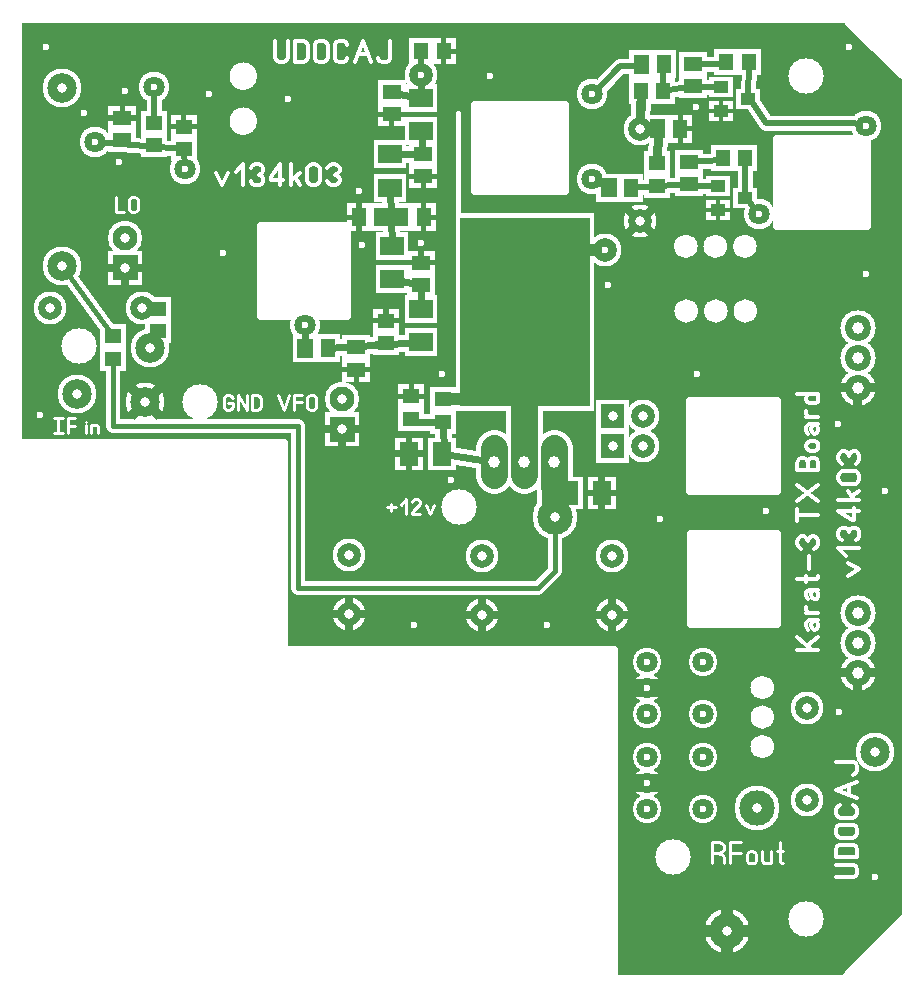
<source format=gbr>
%FSLAX34Y34*%
%MOMM*%
%LNCOPPER_TOP*%
G71*
G01*
%ADD10C, 6.000*%
%ADD11C, 3.000*%
%ADD12C, 3.800*%
%ADD13C, 0.222*%
%ADD14C, 0.500*%
%ADD15C, 0.600*%
%ADD16C, 3.300*%
%ADD17C, 1.300*%
%ADD18C, 0.700*%
%ADD19C, 2.600*%
%ADD20C, 1.400*%
%ADD21R, 2.800X2.400*%
%ADD22R, 2.400X2.100*%
%ADD23R, 2.100X2.400*%
%ADD24C, 0.400*%
%ADD25C, 2.900*%
%ADD26C, 2.400*%
%ADD27C, 3.000*%
%ADD28C, 2.800*%
%ADD29R, 2.100X2.200*%
%ADD30C, 2.800*%
%ADD31C, 1.800*%
%ADD32C, 1.200*%
%ADD33C, 0.300*%
%ADD34R, 2.020X1.820*%
%ADD35C, 1.300*%
%ADD36R, 2.200X2.100*%
%ADD37C, 1.600*%
%ADD38C, 1.500*%
%ADD39C, 3.100*%
%ADD40C, 1.800*%
%ADD41C, 0.318*%
%ADD42R, 11.800X16.800*%
%ADD43R, 2.400X2.800*%
%ADD44C, 0.833*%
%ADD45C, 0.433*%
%ADD46C, 1.488*%
%ADD47C, 0.733*%
%ADD48C, 0.340*%
%ADD49C, 0.667*%
%ADD50C, 1.000*%
%ADD51C, 0.533*%
%ADD52C, 3.000*%
%ADD53C, 2.500*%
%ADD54R, 2.000X1.600*%
%ADD55R, 1.600X1.300*%
%ADD56R, 1.300X1.600*%
%ADD57C, 2.100*%
%ADD58C, 2.200*%
%ADD59C, 2.000*%
%ADD60R, 1.300X1.400*%
%ADD61C, 2.000*%
%ADD62R, 1.220X1.020*%
%ADD63R, 1.400X1.300*%
%ADD64C, 0.800*%
%ADD65C, 2.300*%
%ADD66R, 11.000X16.000*%
%ADD67R, 1.600X2.000*%
%ADD68C, 3.000*%
%ADD69C, 2.000*%
%LPD*%
G36*
X0Y0D02*
X745000Y0D01*
X745000Y-806000D01*
X0Y-806000D01*
X0Y0D01*
G37*
%LPC*%
X663575Y-44847D02*
G54D10*
D03*
X663575Y-758031D02*
G54D10*
D03*
X550863Y-706041D02*
G54D11*
D03*
X622697Y-664369D02*
G54D12*
D03*
G54D13*
X589136Y-702311D02*
X593136Y-704533D01*
X594470Y-706756D01*
X594470Y-711200D01*
G54D13*
X583803Y-711200D02*
X583803Y-693422D01*
X590470Y-693422D01*
X593136Y-694533D01*
X594470Y-696756D01*
X594470Y-698978D01*
X593136Y-701200D01*
X590470Y-702311D01*
X583803Y-702311D01*
G54D13*
X599359Y-711200D02*
X599359Y-693422D01*
X608692Y-693422D01*
G54D13*
X599359Y-702311D02*
X608692Y-702311D01*
G54D13*
X621581Y-708533D02*
X621581Y-704089D01*
X620248Y-701867D01*
X617581Y-701200D01*
X614914Y-701867D01*
X613581Y-704089D01*
X613581Y-708533D01*
X614914Y-710756D01*
X617581Y-711200D01*
X620248Y-710756D01*
X621581Y-708533D01*
G54D13*
X634470Y-701200D02*
X634470Y-711200D01*
G54D13*
X634470Y-708978D02*
X633137Y-710756D01*
X630470Y-711200D01*
X627803Y-710756D01*
X626470Y-708978D01*
X626470Y-701200D01*
G54D13*
X642026Y-693422D02*
X642026Y-710089D01*
X643359Y-711200D01*
X644692Y-710756D01*
G54D13*
X639359Y-701200D02*
X644692Y-701200D01*
G36*
X-3175Y-354806D02*
X-3969Y-809625D01*
X502444Y-810022D01*
X502444Y-529828D01*
X222250Y-529828D01*
X222250Y-354806D01*
X-3175Y-354806D01*
G37*
G54D14*
X-3175Y-354806D02*
X-3969Y-809625D01*
X502444Y-810022D01*
X502444Y-529828D01*
X222250Y-529828D01*
X222250Y-354806D01*
X-3175Y-354806D01*
G36*
X696119Y-807641D02*
X746125Y-807641D01*
X746125Y-756841D01*
X696119Y-807641D01*
G37*
G54D15*
X696119Y-807641D02*
X746125Y-807641D01*
X746125Y-756841D01*
X696119Y-807641D01*
G36*
X699640Y380D02*
X745678Y-44864D01*
X745678Y380D01*
X699640Y380D01*
G37*
G54D15*
X699640Y380D02*
X745678Y-44864D01*
X745678Y380D01*
X699640Y380D01*
X370000Y-410000D02*
G54D11*
D03*
X450850Y-417909D02*
G54D12*
D03*
X150813Y-321072D02*
G54D11*
D03*
X48419Y-273447D02*
G54D11*
D03*
X104378Y-320674D02*
G54D16*
D03*
G54D13*
X174564Y-321312D02*
X178297Y-321312D01*
X178297Y-325201D01*
X177364Y-326756D01*
X175497Y-327534D01*
X173630Y-327534D01*
X171764Y-326756D01*
X170830Y-325201D01*
X170830Y-317423D01*
X171764Y-315867D01*
X173630Y-315090D01*
X175497Y-315090D01*
X177364Y-315867D01*
X178297Y-317423D01*
G54D13*
X182653Y-327534D02*
X182653Y-315090D01*
X190120Y-327534D01*
X190120Y-315090D01*
G54D13*
X194476Y-327534D02*
X194476Y-315090D01*
X199143Y-315090D01*
X201010Y-315867D01*
X201943Y-317423D01*
X201943Y-325201D01*
X201010Y-326756D01*
X199143Y-327534D01*
X194476Y-327534D01*
X46832Y-313531D02*
G54D16*
D03*
X225425Y-63897D02*
G54D17*
D03*
G36*
X202392Y-171442D02*
X275417Y-171442D01*
X275417Y-247642D01*
X202392Y-247642D01*
X202392Y-171442D01*
G37*
G54D18*
X202392Y-171442D02*
X275417Y-171442D01*
X275417Y-247642D01*
X202392Y-247642D01*
X202392Y-171442D01*
X169837Y-194443D02*
G54D17*
D03*
X239688Y-255562D02*
G54D19*
D03*
G54D20*
X239712Y-255588D02*
X239708Y-275096D01*
X338138Y-242094D02*
G54D21*
D03*
X338138Y-270094D02*
G54D21*
D03*
X313134Y-188912D02*
G54D21*
D03*
X313134Y-216912D02*
G54D21*
D03*
X311547Y-111125D02*
G54D21*
D03*
X311547Y-139125D02*
G54D21*
D03*
X337741Y-63103D02*
G54D21*
D03*
X337741Y-91103D02*
G54D21*
D03*
X282880Y-274224D02*
G54D22*
D03*
X282881Y-293224D02*
G54D22*
D03*
X337833Y-221836D02*
G54D22*
D03*
X337833Y-202836D02*
G54D22*
D03*
X321072Y-164306D02*
G54D23*
D03*
X340072Y-164306D02*
G54D23*
D03*
X339735Y-110698D02*
G54D22*
D03*
X339735Y-129698D02*
G54D22*
D03*
G54D20*
X338138Y-242094D02*
X337833Y-221836D01*
X313134Y-216912D01*
G54D20*
X313134Y-188912D02*
X311547Y-139125D01*
G54D20*
X311547Y-111125D02*
X339735Y-110698D01*
X337741Y-91103D01*
X313110Y-57966D02*
G54D22*
D03*
X313110Y-76967D02*
G54D22*
D03*
G54D20*
X309654Y-57974D02*
X337741Y-63103D01*
X337716Y-44028D01*
G36*
X-3175Y-354806D02*
X-3969Y-809625D01*
X502444Y-810022D01*
X502444Y-529828D01*
X222250Y-529828D01*
X222250Y-354806D01*
X-3175Y-354806D01*
G37*
G54D14*
X-3175Y-354806D02*
X-3969Y-809625D01*
X502444Y-810022D01*
X502444Y-529828D01*
X222250Y-529828D01*
X222250Y-354806D01*
X-3175Y-354806D01*
G54D24*
X369094Y-76200D02*
X369094Y-197644D01*
G36*
X256566Y-329195D02*
X285566Y-329195D01*
X285566Y-358195D01*
X256566Y-358195D01*
X256566Y-329195D01*
G37*
X271066Y-318295D02*
G54D25*
D03*
G36*
X72891Y-192601D02*
X101891Y-192601D01*
X101891Y-221601D01*
X72891Y-221601D01*
X72891Y-192601D01*
G37*
X87391Y-181701D02*
G54D25*
D03*
X576256Y-540921D02*
G54D26*
D03*
X529431Y-562746D02*
G54D26*
D03*
X529431Y-540921D02*
G54D26*
D03*
X529431Y-584571D02*
G54D26*
D03*
X576256Y-584571D02*
G54D26*
D03*
X707400Y-549900D02*
G54D27*
D03*
X707400Y-524500D02*
G54D27*
D03*
X707400Y-499100D02*
G54D27*
D03*
X707400Y-308600D02*
G54D27*
D03*
X707400Y-283200D02*
G54D27*
D03*
X707400Y-257800D02*
G54D27*
D03*
G36*
X565929Y-319873D02*
X638954Y-319873D01*
X638954Y-396073D01*
X565929Y-396073D01*
X565929Y-319873D01*
G37*
G54D18*
X565929Y-319873D02*
X638954Y-319873D01*
X638954Y-396073D01*
X565929Y-396073D01*
X565929Y-319873D01*
G36*
X566354Y-432204D02*
X639378Y-432204D01*
X639378Y-508404D01*
X566353Y-508404D01*
X566354Y-432204D01*
G37*
G54D18*
X566354Y-432204D02*
X639378Y-432204D01*
X639378Y-508404D01*
X566353Y-508404D01*
X566354Y-432204D01*
G36*
X715154Y-98417D02*
X715154Y-171442D01*
X638954Y-171442D01*
X638954Y-98417D01*
X715154Y-98417D01*
G37*
G54D18*
X715154Y-98417D02*
X715154Y-171442D01*
X638954Y-171442D01*
X638954Y-98417D01*
X715154Y-98417D01*
G36*
X514063Y-318581D02*
X514063Y-346581D01*
X486063Y-346581D01*
X486063Y-318581D01*
X514063Y-318581D01*
G37*
X525462Y-332581D02*
G54D28*
D03*
G36*
X514063Y-343981D02*
X514063Y-371981D01*
X486063Y-371981D01*
X486063Y-343981D01*
X514063Y-343981D01*
G37*
X525463Y-357981D02*
G54D28*
D03*
X630212Y-412725D02*
G54D17*
D03*
X722288Y-723081D02*
G54D17*
D03*
X540519Y-419869D02*
G54D17*
D03*
X571475Y-296838D02*
G54D17*
D03*
G36*
X514169Y-22924D02*
X535169Y-22924D01*
X535169Y-46924D01*
X514169Y-46924D01*
X514169Y-22924D01*
G37*
X543669Y-34924D02*
G54D23*
D03*
G36*
X527791Y-77492D02*
X548791Y-77492D01*
X548791Y-101492D01*
X527791Y-101492D01*
X527791Y-77492D01*
G37*
X557291Y-89492D02*
G54D23*
D03*
X543068Y-57739D02*
G54D29*
D03*
X524068Y-57739D02*
G54D29*
D03*
X496069Y-221828D02*
G54D17*
D03*
X337716Y-44028D02*
G54D30*
D03*
X567903Y-34155D02*
G54D22*
D03*
X567903Y-53155D02*
G54D22*
D03*
X731019Y-396056D02*
G54D17*
D03*
X20000Y-20000D02*
G54D31*
D03*
G54D32*
X33734Y-205184D02*
X77080Y-264980D01*
X355178Y-296838D02*
G54D17*
D03*
X700000Y-20000D02*
G54D17*
D03*
G54D33*
G75*
G01X197325Y-82947D02*
G03X197325Y-82947I-10000J0D01*
G01*
G36*
G75*
G01X197325Y-82947D02*
G03X197325Y-82947I-10000J0D01*
G01*
G37*
X197325Y-82947D01*
G54D33*
G75*
G01X197325Y-44847D02*
G03X197325Y-44847I-10000J0D01*
G01*
G36*
G75*
G01X197325Y-44847D02*
G03X197325Y-44847I-10000J0D01*
G01*
G37*
X197325Y-44847D01*
X614760Y-64294D02*
G54D34*
D03*
X591860Y-74494D02*
G54D34*
D03*
X591860Y-54094D02*
G54D34*
D03*
G54D35*
X591860Y-54094D02*
X568842Y-54094D01*
X567903Y-53155D01*
G54D35*
X567903Y-34155D02*
X594546Y-34154D01*
X596156Y-32544D01*
G54D35*
X615156Y-32544D02*
X614760Y-64294D01*
X714350Y-87288D02*
G54D19*
D03*
G54D35*
X616347Y-64294D02*
X630238Y-84138D01*
X704056Y-84138D01*
X714375Y-87312D01*
X564331Y-117499D02*
G54D22*
D03*
X564331Y-136499D02*
G54D22*
D03*
X611982Y-147638D02*
G54D34*
D03*
X589082Y-157838D02*
G54D34*
D03*
X589082Y-137438D02*
G54D34*
D03*
G54D35*
X589082Y-137438D02*
X565270Y-137438D01*
X564331Y-136499D01*
G54D35*
X564331Y-117499D02*
X591590Y-115912D01*
X593200Y-114302D01*
G54D35*
X612200Y-114302D02*
X611982Y-147638D01*
X623862Y-161900D02*
G54D19*
D03*
G54D35*
X623888Y-161925D02*
X613569Y-149225D01*
X537536Y-118486D02*
G54D36*
D03*
X537536Y-137486D02*
G54D36*
D03*
G36*
X486387Y-127302D02*
X507387Y-127302D01*
X507388Y-151302D01*
X486388Y-151302D01*
X486387Y-127302D01*
G37*
X515888Y-139302D02*
G54D23*
D03*
G54D14*
G75*
G01X569475Y-188912D02*
G03X569475Y-188912I-7500J0D01*
G01*
G36*
G75*
G01X569475Y-188912D02*
G03X569475Y-188912I-7500J0D01*
G01*
G37*
X569475Y-188912D01*
G54D14*
G75*
G01X594475Y-188912D02*
G03X594475Y-188912I-7500J0D01*
G01*
G36*
G75*
G01X594475Y-188912D02*
G03X594475Y-188912I-7500J0D01*
G01*
G37*
X594475Y-188912D01*
G54D14*
G75*
G01X619475Y-188912D02*
G03X619475Y-188912I-7500J0D01*
G01*
G36*
G75*
G01X619475Y-188912D02*
G03X619475Y-188912I-7500J0D01*
G01*
G37*
X619475Y-188912D01*
G54D14*
G75*
G01X569872Y-243681D02*
G03X569872Y-243681I-7500J0D01*
G01*
G36*
G75*
G01X569872Y-243681D02*
G03X569872Y-243681I-7500J0D01*
G01*
G37*
X569872Y-243681D01*
G54D14*
G75*
G01X594872Y-243681D02*
G03X594872Y-243681I-7500J0D01*
G01*
G36*
G75*
G01X594872Y-243681D02*
G03X594872Y-243681I-7500J0D01*
G01*
G37*
X594872Y-243681D01*
G54D14*
G75*
G01X619872Y-243681D02*
G03X619872Y-243681I-7500J0D01*
G01*
G36*
G75*
G01X619872Y-243681D02*
G03X619872Y-243681I-7500J0D01*
G01*
G37*
X619872Y-243681D01*
G54D37*
X524068Y-57739D02*
X522684Y-90488D01*
X538559Y-89694D01*
X537536Y-118486D01*
G54D35*
X515888Y-139302D02*
X564331Y-136499D01*
G54D35*
X567903Y-53155D02*
X543068Y-57739D01*
X543093Y-35500D01*
G54D37*
X523825Y-59134D02*
X523334Y-89838D01*
G54D35*
X482600Y-131762D02*
X496888Y-139302D01*
X482600Y-131762D02*
G54D19*
D03*
X482600Y-60325D02*
G54D19*
D03*
X396453Y-44822D02*
G54D17*
D03*
X33925Y-54975D02*
G54D16*
D03*
X33925Y-205375D02*
G54D16*
D03*
X84931Y-99219D02*
G54D22*
D03*
X84931Y-80219D02*
G54D22*
D03*
X138112Y-123825D02*
G54D19*
D03*
X61491Y-100384D02*
G54D19*
D03*
G54D35*
X61516Y-100409D02*
X137018Y-106553D01*
X138112Y-123825D01*
X158328Y-60300D02*
G54D38*
D03*
X288106Y-188094D02*
G54D31*
D03*
G54D14*
G75*
G01X634281Y-562494D02*
G03X634281Y-562494I-7500J0D01*
G01*
G36*
G75*
G01X634281Y-562494D02*
G03X634281Y-562494I-7500J0D01*
G01*
G37*
X634281Y-562494D01*
G54D14*
G75*
G01X634281Y-587494D02*
G03X634281Y-587494I-7500J0D01*
G01*
G36*
G75*
G01X634281Y-587494D02*
G03X634281Y-587494I-7500J0D01*
G01*
G37*
X634281Y-587494D01*
G54D14*
G75*
G01X634281Y-612494D02*
G03X634281Y-612494I-7500J0D01*
G01*
G36*
G75*
G01X634281Y-612494D02*
G03X634281Y-612494I-7500J0D01*
G01*
G37*
X634281Y-612494D01*
X665019Y-579978D02*
G54D28*
D03*
X665019Y-657478D02*
G54D28*
D03*
X523334Y-89838D02*
G54D28*
D03*
X523334Y-167338D02*
G54D28*
D03*
X722287Y-616718D02*
G54D16*
D03*
X596900Y-768350D02*
G54D12*
D03*
G54D35*
X482228Y-60350D02*
X506412Y-36512D01*
X525462Y-36512D01*
X363512Y-386928D02*
G54D17*
D03*
X87287Y-57125D02*
G54D17*
D03*
X81731Y-117450D02*
G54D17*
D03*
X52362Y-76175D02*
G54D17*
D03*
G36*
X459574Y-69069D02*
X459574Y-142094D01*
X383374Y-142094D01*
X383374Y-69069D01*
X459574Y-69069D01*
G37*
G54D18*
X459574Y-69069D02*
X459574Y-142094D01*
X383374Y-142094D01*
X383374Y-69069D01*
X459574Y-69069D01*
G36*
X229207Y-263096D02*
X250207Y-263096D01*
X250208Y-287096D01*
X229208Y-287096D01*
X229207Y-263096D01*
G37*
X258708Y-275096D02*
G54D23*
D03*
G54D20*
X338138Y-270094D02*
X258708Y-275096D01*
G54D35*
X337912Y-23880D02*
X337716Y-44028D01*
G54D32*
X450850Y-417512D02*
X450850Y-463550D01*
X436562Y-477838D01*
X233362Y-477838D01*
X233362Y-341312D01*
X23812Y-241300D02*
G54D28*
D03*
X101313Y-241300D02*
G54D28*
D03*
G54D35*
X115410Y-241958D02*
X100916Y-241519D01*
G54D32*
X233362Y-341312D02*
X76994Y-341312D01*
X77080Y-283980D01*
G54D35*
X115410Y-260958D02*
X108718Y-274612D01*
G54D39*
X399256Y-359578D02*
X399256Y-382578D01*
G54D39*
X450056Y-359578D02*
X450056Y-382578D01*
G54D39*
X424656Y-359578D02*
X424656Y-382578D01*
G36*
X373856Y-320278D02*
X373856Y-167878D01*
X475456Y-167878D01*
X475456Y-320278D01*
X373856Y-320278D01*
G37*
G54D35*
X373856Y-320278D02*
X373856Y-167878D01*
X475456Y-167878D01*
X475456Y-320278D01*
X373856Y-320278D01*
G54D39*
X424656Y-371078D02*
X424656Y-320278D01*
X493712Y-192088D02*
G54D30*
D03*
G54D40*
X493712Y-192088D02*
X461962Y-192088D01*
G54D39*
X450850Y-417909D02*
X450056Y-371078D01*
X576256Y-621486D02*
G54D26*
D03*
X529431Y-643312D02*
G54D26*
D03*
X529431Y-621486D02*
G54D26*
D03*
X529431Y-665136D02*
G54D26*
D03*
X576256Y-665136D02*
G54D26*
D03*
X444475Y-509166D02*
G54D17*
D03*
X331762Y-509166D02*
G54D17*
D03*
X570284Y-70619D02*
G54D17*
D03*
X691331Y-583381D02*
G54D17*
D03*
X690934Y-338906D02*
G54D17*
D03*
G54D13*
X26931Y-346979D02*
X34397Y-346979D01*
G54D13*
X30664Y-346979D02*
X30664Y-334535D01*
G54D13*
X26931Y-334535D02*
X34397Y-334535D01*
G54D13*
X38754Y-346979D02*
X38754Y-334535D01*
X45287Y-334535D01*
G54D13*
X38754Y-340757D02*
X45287Y-340757D01*
G54D13*
X54186Y-346979D02*
X54186Y-339979D01*
G54D13*
X54186Y-337646D02*
X54186Y-337646D01*
G54D13*
X58542Y-346979D02*
X58542Y-339979D01*
G54D13*
X58542Y-341535D02*
X59475Y-340446D01*
X61342Y-339979D01*
X63208Y-340446D01*
X64142Y-341535D01*
X64142Y-346979D01*
X337990Y-185713D02*
G54D17*
D03*
X285602Y-142056D02*
G54D17*
D03*
G54D40*
X356682Y-318578D02*
X373572Y-318578D01*
X377031Y-315119D01*
G54D20*
X329515Y-337850D02*
X356681Y-337578D01*
X357224Y-364328D01*
X399256Y-371078D01*
G36*
X475456Y-320278D02*
X475456Y-167878D01*
X373856Y-167878D01*
X373856Y-320278D01*
X475456Y-320278D01*
G37*
G54D35*
X475456Y-320278D02*
X475456Y-167878D01*
X373856Y-167878D01*
X373856Y-320278D01*
X475456Y-320278D01*
G54D41*
X699041Y-467616D02*
X709041Y-462282D01*
X699041Y-456949D01*
G54D41*
X697930Y-450727D02*
X691263Y-444060D01*
X709041Y-444060D01*
G54D41*
X694596Y-437838D02*
X692374Y-436504D01*
X691263Y-433838D01*
X691263Y-431171D01*
X692374Y-428504D01*
X694596Y-427171D01*
X696819Y-427171D01*
X699041Y-428504D01*
X700152Y-431171D01*
X701263Y-428504D01*
X703485Y-427171D01*
X705708Y-427171D01*
X707930Y-428504D01*
X709041Y-431171D01*
X709041Y-433838D01*
X707930Y-436504D01*
X705708Y-437838D01*
G54D41*
X709041Y-412949D02*
X691263Y-412949D01*
X702374Y-420949D01*
X704596Y-420949D01*
X704596Y-410282D01*
G54D41*
X709041Y-404060D02*
X691263Y-404060D01*
G54D41*
X702374Y-400060D02*
X709041Y-396060D01*
G54D41*
X704596Y-404060D02*
X699041Y-396060D01*
G54D41*
X694596Y-379171D02*
X705708Y-379171D01*
X707930Y-380504D01*
X709041Y-383171D01*
X709041Y-385838D01*
X707930Y-388504D01*
X705708Y-389838D01*
X694596Y-389838D01*
X692374Y-388504D01*
X691263Y-385838D01*
X691263Y-383171D01*
X692374Y-380504D01*
X694596Y-379171D01*
G54D41*
X694596Y-372949D02*
X692374Y-371615D01*
X691263Y-368949D01*
X691263Y-366282D01*
X692374Y-363615D01*
X694596Y-362282D01*
X696819Y-362282D01*
X699041Y-363615D01*
X700152Y-366282D01*
X701263Y-363615D01*
X703485Y-362282D01*
X705708Y-362282D01*
X707930Y-363615D01*
X709041Y-366282D01*
X709041Y-368949D01*
X707930Y-371615D01*
X705708Y-372949D01*
G54D41*
X689279Y-723203D02*
X703723Y-723203D01*
X705945Y-721870D01*
X707056Y-719203D01*
X707056Y-716536D01*
X705945Y-713870D01*
X703723Y-712536D01*
X689279Y-712536D01*
G54D41*
X707056Y-706314D02*
X689279Y-706314D01*
X689279Y-699648D01*
X690390Y-696981D01*
X692612Y-695648D01*
X703723Y-695648D01*
X705945Y-696981D01*
X707056Y-699648D01*
X707056Y-706314D01*
G54D41*
X692612Y-678758D02*
X703723Y-678758D01*
X705945Y-680092D01*
X707056Y-682758D01*
X707056Y-685425D01*
X705945Y-688092D01*
X703723Y-689425D01*
X692612Y-689425D01*
X690390Y-688092D01*
X689279Y-685425D01*
X689279Y-682758D01*
X690390Y-680092D01*
X692612Y-678758D01*
G54D41*
X703723Y-661870D02*
X705945Y-663203D01*
X707056Y-665870D01*
X707056Y-668536D01*
X705945Y-671203D01*
X703723Y-672536D01*
X692612Y-672536D01*
X690390Y-671203D01*
X689279Y-668536D01*
X689279Y-665870D01*
X690390Y-663203D01*
X692612Y-661870D01*
G54D41*
X707056Y-655647D02*
X689279Y-648980D01*
X707056Y-642314D01*
G54D41*
X700390Y-652980D02*
X700390Y-644980D01*
G54D41*
X689279Y-625426D02*
X703723Y-625426D01*
X705945Y-626759D01*
X707056Y-629426D01*
X707056Y-632092D01*
X705945Y-634759D01*
X703723Y-636092D01*
X111522Y-53578D02*
G54D19*
D03*
X714350Y-211906D02*
G54D17*
D03*
G54D35*
X308139Y-270732D02*
X283373Y-273732D01*
X282880Y-274225D01*
G54D13*
X216891Y-314771D02*
X221557Y-327216D01*
X226224Y-314771D01*
G54D13*
X230580Y-327216D02*
X230580Y-314771D01*
X237113Y-314771D01*
G54D13*
X230580Y-320993D02*
X237113Y-320993D01*
G54D13*
X248935Y-317104D02*
X248935Y-324882D01*
X248002Y-326438D01*
X246135Y-327216D01*
X244269Y-327216D01*
X242402Y-326438D01*
X241469Y-324882D01*
X241469Y-317104D01*
X242402Y-315549D01*
X244269Y-314771D01*
X246135Y-314771D01*
X248002Y-315549D01*
X248935Y-317104D01*
X304354Y-164306D02*
G54D23*
D03*
X285354Y-164306D02*
G54D23*
D03*
G54D13*
X308963Y-409877D02*
X316430Y-409877D01*
G54D13*
X312697Y-406766D02*
X312697Y-412988D01*
G54D13*
X320786Y-407544D02*
X325453Y-402877D01*
X325453Y-415321D01*
G54D13*
X337276Y-415321D02*
X329809Y-415321D01*
X329809Y-414544D01*
X330743Y-412988D01*
X336343Y-408321D01*
X337276Y-406766D01*
X337276Y-405210D01*
X336343Y-403655D01*
X334476Y-402877D01*
X332609Y-402877D01*
X330743Y-403655D01*
X329809Y-405210D01*
G54D13*
X341632Y-408321D02*
X345366Y-415321D01*
X349099Y-408321D01*
G54D13*
X79571Y-147289D02*
X79571Y-159734D01*
X86104Y-159734D01*
G54D13*
X97927Y-149623D02*
X97927Y-157400D01*
X96993Y-158956D01*
X95127Y-159734D01*
X93260Y-159734D01*
X91393Y-158956D01*
X90460Y-157400D01*
X90460Y-149623D01*
X91393Y-148067D01*
X93260Y-147289D01*
X95127Y-147289D01*
X96993Y-148067D01*
X97927Y-149623D01*
X137018Y-106553D02*
G54D36*
D03*
X137018Y-87553D02*
G54D36*
D03*
X111919Y-84188D02*
G54D36*
D03*
X111919Y-103188D02*
G54D36*
D03*
G54D35*
X111919Y-84188D02*
X111919Y-53975D01*
X111522Y-53578D01*
X115410Y-241958D02*
G54D36*
D03*
X115410Y-260958D02*
G54D36*
D03*
X77080Y-264980D02*
G54D36*
D03*
X77080Y-283980D02*
G54D36*
D03*
X356682Y-318578D02*
G54D36*
D03*
X356681Y-337578D02*
G54D36*
D03*
X329515Y-334676D02*
G54D36*
D03*
X329515Y-315675D02*
G54D36*
D03*
X308139Y-270732D02*
G54D36*
D03*
X308139Y-251732D02*
G54D36*
D03*
X425450Y-244476D02*
G54D42*
D03*
X499576Y-501343D02*
G54D28*
D03*
X499576Y-451343D02*
G54D28*
D03*
X389484Y-501095D02*
G54D28*
D03*
X389484Y-451095D02*
G54D28*
D03*
X276532Y-500549D02*
G54D28*
D03*
X276532Y-450549D02*
G54D28*
D03*
X337912Y-23880D02*
G54D29*
D03*
X356912Y-23879D02*
G54D29*
D03*
X615156Y-32544D02*
G54D29*
D03*
X596156Y-32544D02*
G54D29*
D03*
X612200Y-114302D02*
G54D29*
D03*
X593200Y-114302D02*
G54D29*
D03*
X108718Y-274612D02*
G54D16*
D03*
G54D41*
X674116Y-530322D02*
X656338Y-530322D01*
G54D41*
X668560Y-530322D02*
X656338Y-519655D01*
G54D41*
X665227Y-526322D02*
X674116Y-519655D01*
G54D41*
X665227Y-513433D02*
X664116Y-510766D01*
X664116Y-507566D01*
X666338Y-505433D01*
X674116Y-505433D01*
G54D41*
X670782Y-505433D02*
X668560Y-506766D01*
X668116Y-509433D01*
X668560Y-512100D01*
X670782Y-513433D01*
X673005Y-512900D01*
X674116Y-510766D01*
X674116Y-509433D01*
X674116Y-508900D01*
X673005Y-506766D01*
X670782Y-505433D01*
G54D41*
X674116Y-499211D02*
X664116Y-499211D01*
G54D41*
X666338Y-499211D02*
X664116Y-496544D01*
X664116Y-493878D01*
G54D41*
X665227Y-487656D02*
X664116Y-484989D01*
X664116Y-481789D01*
X666338Y-479656D01*
X674116Y-479656D01*
G54D41*
X670782Y-479656D02*
X668560Y-480989D01*
X668116Y-483656D01*
X668560Y-486322D01*
X670782Y-487656D01*
X673005Y-487122D01*
X674116Y-484989D01*
X674116Y-483656D01*
X674116Y-483122D01*
X673005Y-480989D01*
X670782Y-479656D01*
G54D41*
X656338Y-470767D02*
X673005Y-470767D01*
X674116Y-469434D01*
X673671Y-468100D01*
G54D41*
X664116Y-473434D02*
X664116Y-468100D01*
G54D41*
X666338Y-461879D02*
X666338Y-451212D01*
G54D41*
X659671Y-444990D02*
X657449Y-443656D01*
X656338Y-440990D01*
X656338Y-438323D01*
X657449Y-435656D01*
X659671Y-434323D01*
X661894Y-434323D01*
X664116Y-435656D01*
X665227Y-438323D01*
X666338Y-435656D01*
X668560Y-434323D01*
X670782Y-434323D01*
X673005Y-435656D01*
X674116Y-438323D01*
X674116Y-440990D01*
X673005Y-443656D01*
X670782Y-444990D01*
G54D41*
X674116Y-416278D02*
X656338Y-416278D01*
G54D41*
X656338Y-421612D02*
X656338Y-410945D01*
G54D41*
X656338Y-404723D02*
X674116Y-391390D01*
G54D41*
X674116Y-404723D02*
X656338Y-391390D01*
G54D41*
X674116Y-378679D02*
X656338Y-378679D01*
X656338Y-372012D01*
X657449Y-369346D01*
X659671Y-368012D01*
X661894Y-368012D01*
X664116Y-369346D01*
X665227Y-372012D01*
X666338Y-369346D01*
X668560Y-368012D01*
X670782Y-368012D01*
X673005Y-369346D01*
X674116Y-372012D01*
X674116Y-378679D01*
G54D41*
X665227Y-378679D02*
X665227Y-372012D01*
G54D41*
X671449Y-353790D02*
X667005Y-353790D01*
X664782Y-355123D01*
X664116Y-357790D01*
X664782Y-360456D01*
X667005Y-361790D01*
X671449Y-361790D01*
X673671Y-360456D01*
X674116Y-357790D01*
X673671Y-355123D01*
X671449Y-353790D01*
G54D41*
X665227Y-347568D02*
X664116Y-344901D01*
X664116Y-341701D01*
X666338Y-339568D01*
X674116Y-339568D01*
G54D41*
X670782Y-339568D02*
X668560Y-340901D01*
X668116Y-343568D01*
X668560Y-346234D01*
X670782Y-347568D01*
X673005Y-347034D01*
X674116Y-344901D01*
X674116Y-343568D01*
X674116Y-343034D01*
X673005Y-340901D01*
X670782Y-339568D01*
G54D41*
X674116Y-333346D02*
X664116Y-333346D01*
G54D41*
X666338Y-333346D02*
X664116Y-330679D01*
X664116Y-328012D01*
G54D41*
X674116Y-313791D02*
X656338Y-313791D01*
G54D41*
X667005Y-313791D02*
X664782Y-315124D01*
X664116Y-317791D01*
X664782Y-320458D01*
X667005Y-321791D01*
X671449Y-321791D01*
X673671Y-320458D01*
X674116Y-317791D01*
X673671Y-315124D01*
X671449Y-313791D01*
G54D41*
X163892Y-127228D02*
X169226Y-137228D01*
X174559Y-127228D01*
G54D41*
X180782Y-126117D02*
X187448Y-119450D01*
X187448Y-137228D01*
G54D41*
X193670Y-122784D02*
X195004Y-120562D01*
X197670Y-119450D01*
X200337Y-119450D01*
X203004Y-120562D01*
X204337Y-122784D01*
X204337Y-125006D01*
X203004Y-127228D01*
X200337Y-128339D01*
X203004Y-129450D01*
X204337Y-131673D01*
X204337Y-133895D01*
X203004Y-136117D01*
X200337Y-137228D01*
X197670Y-137228D01*
X195004Y-136117D01*
X193670Y-133895D01*
G54D41*
X218560Y-137228D02*
X218560Y-119450D01*
X210560Y-130562D01*
X210560Y-132784D01*
X221226Y-132784D01*
G54D41*
X227448Y-137228D02*
X227448Y-119450D01*
G54D41*
X231448Y-130562D02*
X235448Y-137228D01*
G54D41*
X227448Y-132784D02*
X235448Y-127228D01*
G54D41*
X252337Y-122784D02*
X252337Y-133895D01*
X251004Y-136117D01*
X248337Y-137228D01*
X245670Y-137228D01*
X243004Y-136117D01*
X241670Y-133895D01*
X241670Y-122784D01*
X243004Y-120562D01*
X245670Y-119450D01*
X248337Y-119450D01*
X251004Y-120562D01*
X252337Y-122784D01*
G54D41*
X258560Y-122784D02*
X259893Y-120562D01*
X262560Y-119450D01*
X265226Y-119450D01*
X267893Y-120562D01*
X269226Y-122784D01*
X269226Y-125006D01*
X267893Y-127228D01*
X265226Y-128339D01*
X267893Y-129450D01*
X269226Y-131673D01*
X269226Y-133895D01*
X267893Y-136117D01*
X265226Y-137228D01*
X262560Y-137228D01*
X259893Y-136117D01*
X258560Y-133895D01*
G54D41*
X214210Y-14918D02*
X214210Y-29362D01*
X215543Y-31585D01*
X218210Y-32696D01*
X220877Y-32696D01*
X223543Y-31585D01*
X224877Y-29362D01*
X224877Y-14918D01*
G54D41*
X231099Y-32696D02*
X231099Y-14918D01*
X237766Y-14918D01*
X240432Y-16029D01*
X241766Y-18251D01*
X241766Y-29362D01*
X240432Y-31585D01*
X237766Y-32696D01*
X231099Y-32696D01*
G54D41*
X258655Y-18251D02*
X258655Y-29362D01*
X257321Y-31585D01*
X254655Y-32696D01*
X251988Y-32696D01*
X249321Y-31585D01*
X247988Y-29362D01*
X247988Y-18251D01*
X249321Y-16029D01*
X251988Y-14918D01*
X254655Y-14918D01*
X257321Y-16029D01*
X258655Y-18251D01*
G54D41*
X275544Y-29362D02*
X274210Y-31585D01*
X271544Y-32696D01*
X268877Y-32696D01*
X266210Y-31585D01*
X264877Y-29362D01*
X264877Y-18251D01*
X266210Y-16029D01*
X268877Y-14918D01*
X271544Y-14918D01*
X274210Y-16029D01*
X275544Y-18251D01*
G54D41*
X281766Y-32696D02*
X288433Y-14918D01*
X295099Y-32696D01*
G54D41*
X284433Y-26029D02*
X292433Y-26029D01*
G54D41*
X311988Y-14918D02*
X311988Y-29362D01*
X310654Y-31585D01*
X307988Y-32696D01*
X305321Y-32696D01*
X302654Y-31585D01*
X301321Y-29362D01*
X15056Y-331762D02*
G54D17*
D03*
X462756Y-397669D02*
G54D43*
D03*
X490756Y-397669D02*
G54D43*
D03*
X355636Y-364328D02*
G54D43*
D03*
X327636Y-364328D02*
G54D43*
D03*
%LPD*%
G54D44*
G36*
X101432Y-317728D02*
X113452Y-305707D01*
X119345Y-311600D01*
X107324Y-323620D01*
X101432Y-317728D01*
G37*
G36*
X107324Y-317728D02*
X119345Y-329749D01*
X113452Y-335641D01*
X101432Y-323620D01*
X107324Y-317728D01*
G37*
G36*
X107324Y-323620D02*
X95303Y-335641D01*
X89411Y-329749D01*
X101432Y-317728D01*
X107324Y-323620D01*
G37*
G36*
X101432Y-323620D02*
X89411Y-311600D01*
X95303Y-305707D01*
X107324Y-317728D01*
X101432Y-323620D01*
G37*
G54D45*
G36*
X282881Y-291058D02*
X295381Y-291058D01*
X295380Y-295391D01*
X282880Y-295391D01*
X282881Y-291058D01*
G37*
G36*
X285047Y-293224D02*
X285047Y-304224D01*
X280714Y-304224D01*
X280714Y-293224D01*
X285047Y-293224D01*
G37*
G36*
X282880Y-295391D02*
X270380Y-295391D01*
X270381Y-291058D01*
X282881Y-291058D01*
X282880Y-295391D01*
G37*
G54D45*
G36*
X337833Y-205003D02*
X325333Y-205003D01*
X325333Y-200670D01*
X337833Y-200670D01*
X337833Y-205003D01*
G37*
G36*
X335666Y-202836D02*
X335666Y-191836D01*
X339999Y-191836D01*
X339999Y-202836D01*
X335666Y-202836D01*
G37*
G36*
X337833Y-200670D02*
X350333Y-200670D01*
X350333Y-205003D01*
X337833Y-205003D01*
X337833Y-200670D01*
G37*
G54D45*
G36*
X337905Y-164306D02*
X337905Y-151806D01*
X342238Y-151806D01*
X342238Y-164306D01*
X337905Y-164306D01*
G37*
G36*
X340072Y-162140D02*
X351072Y-162140D01*
X351072Y-166473D01*
X340072Y-166473D01*
X340072Y-162140D01*
G37*
G36*
X342238Y-164306D02*
X342238Y-176806D01*
X337905Y-176806D01*
X337905Y-164306D01*
X342238Y-164306D01*
G37*
G54D45*
G36*
X339735Y-127532D02*
X352235Y-127532D01*
X352235Y-131865D01*
X339735Y-131865D01*
X339735Y-127532D01*
G37*
G36*
X341902Y-129698D02*
X341902Y-140698D01*
X337568Y-140698D01*
X337568Y-129698D01*
X341902Y-129698D01*
G37*
G36*
X339735Y-131865D02*
X327235Y-131865D01*
X327235Y-127532D01*
X339735Y-127532D01*
X339735Y-131865D01*
G37*
G54D45*
G36*
X313110Y-74800D02*
X325610Y-74800D01*
X325610Y-79133D01*
X313110Y-79133D01*
X313110Y-74800D01*
G37*
G36*
X315276Y-76967D02*
X315276Y-87967D01*
X310943Y-87967D01*
X310943Y-76967D01*
X315276Y-76967D01*
G37*
G36*
X313110Y-79133D02*
X300610Y-79133D01*
X300610Y-74800D01*
X313110Y-74800D01*
X313110Y-79133D01*
G37*
G54D18*
G36*
X271066Y-340195D02*
X286066Y-340195D01*
X286066Y-347195D01*
X271066Y-347195D01*
X271066Y-340195D01*
G37*
G36*
X274566Y-343695D02*
X274566Y-358695D01*
X267566Y-358695D01*
X267566Y-343695D01*
X274566Y-343695D01*
G37*
G36*
X271066Y-347195D02*
X256066Y-347195D01*
X256066Y-340195D01*
X271066Y-340195D01*
X271066Y-347195D01*
G37*
G54D18*
G36*
X87391Y-203601D02*
X102391Y-203601D01*
X102391Y-210601D01*
X87391Y-210601D01*
X87391Y-203601D01*
G37*
G36*
X90891Y-207101D02*
X90891Y-222101D01*
X83891Y-222101D01*
X83891Y-207101D01*
X90891Y-207101D01*
G37*
G36*
X87391Y-210601D02*
X72391Y-210601D01*
X72391Y-203601D01*
X87391Y-203601D01*
X87391Y-210601D01*
G37*
G54D46*
G36*
X529431Y-555306D02*
X541931Y-555306D01*
X541931Y-570186D01*
X529431Y-570186D01*
X529431Y-555306D01*
G37*
G36*
X529431Y-570186D02*
X516931Y-570186D01*
X516931Y-555306D01*
X529431Y-555306D01*
X529431Y-570186D01*
G37*
G54D47*
G36*
X707400Y-553567D02*
X691900Y-553567D01*
X691900Y-546234D01*
X707400Y-546234D01*
X707400Y-553567D01*
G37*
G36*
X707400Y-546234D02*
X722900Y-546234D01*
X722900Y-553567D01*
X707400Y-553567D01*
X707400Y-546234D01*
G37*
G36*
X711066Y-549900D02*
X711066Y-565400D01*
X703733Y-565400D01*
X703733Y-549900D01*
X711066Y-549900D01*
G37*
G54D47*
G36*
X707400Y-312267D02*
X691900Y-312267D01*
X691900Y-304934D01*
X707400Y-304934D01*
X707400Y-312267D01*
G37*
G36*
X707400Y-304934D02*
X722900Y-304934D01*
X722900Y-312267D01*
X707400Y-312267D01*
X707400Y-304934D01*
G37*
G36*
X711066Y-308600D02*
X711066Y-324100D01*
X703733Y-324100D01*
X703733Y-308600D01*
X711066Y-308600D01*
G37*
G54D45*
G36*
X555124Y-89492D02*
X555124Y-76992D01*
X559457Y-76992D01*
X559457Y-89492D01*
X555124Y-89492D01*
G37*
G36*
X557291Y-87326D02*
X568291Y-87326D01*
X568291Y-91659D01*
X557291Y-91659D01*
X557291Y-87326D01*
G37*
G36*
X559457Y-89492D02*
X559457Y-101992D01*
X555124Y-101992D01*
X555124Y-89492D01*
X559457Y-89492D01*
G37*
G54D48*
G36*
X591860Y-76194D02*
X581260Y-76194D01*
X581260Y-72794D01*
X591860Y-72794D01*
X591860Y-76194D01*
G37*
G36*
X590160Y-74494D02*
X590160Y-64894D01*
X593560Y-64894D01*
X593560Y-74494D01*
X590160Y-74494D01*
G37*
G36*
X591860Y-72794D02*
X602460Y-72794D01*
X602460Y-76194D01*
X591860Y-76194D01*
X591860Y-72794D01*
G37*
G36*
X593560Y-74494D02*
X593560Y-84094D01*
X590160Y-84094D01*
X590160Y-74494D01*
X593560Y-74494D01*
G37*
G54D48*
G36*
X589082Y-159538D02*
X578482Y-159538D01*
X578482Y-156138D01*
X589082Y-156138D01*
X589082Y-159538D01*
G37*
G36*
X587382Y-157838D02*
X587382Y-148238D01*
X590782Y-148238D01*
X590782Y-157838D01*
X587382Y-157838D01*
G37*
G36*
X589082Y-156138D02*
X599682Y-156138D01*
X599682Y-159538D01*
X589082Y-159538D01*
X589082Y-156138D01*
G37*
G36*
X590782Y-157838D02*
X590782Y-167438D01*
X587382Y-167438D01*
X587382Y-157838D01*
X590782Y-157838D01*
G37*
G54D45*
G36*
X84931Y-82385D02*
X72431Y-82385D01*
X72431Y-78052D01*
X84931Y-78052D01*
X84931Y-82385D01*
G37*
G36*
X82765Y-80219D02*
X82765Y-69219D01*
X87098Y-69219D01*
X87098Y-80219D01*
X82765Y-80219D01*
G37*
G36*
X84931Y-78052D02*
X97431Y-78052D01*
X97431Y-82385D01*
X84931Y-82385D01*
X84931Y-78052D01*
G37*
G54D49*
G36*
X525691Y-164981D02*
X535944Y-175234D01*
X531230Y-179948D01*
X520977Y-169695D01*
X525691Y-164981D01*
G37*
G36*
X525691Y-169695D02*
X515438Y-179948D01*
X510724Y-175234D01*
X520977Y-164981D01*
X525691Y-169695D01*
G37*
G36*
X520977Y-169695D02*
X510724Y-159442D01*
X515438Y-154728D01*
X525691Y-164981D01*
X520977Y-169695D01*
G37*
G36*
X520977Y-164981D02*
X531230Y-154728D01*
X535944Y-159442D01*
X525691Y-169695D01*
X520977Y-164981D01*
G37*
G54D50*
G36*
X591900Y-768350D02*
X591900Y-748850D01*
X601900Y-748850D01*
X601900Y-768350D01*
X591900Y-768350D01*
G37*
G36*
X596900Y-763350D02*
X616400Y-763350D01*
X616400Y-773350D01*
X596900Y-773350D01*
X596900Y-763350D01*
G37*
G36*
X601900Y-768350D02*
X601900Y-787850D01*
X591900Y-787850D01*
X591900Y-768350D01*
X601900Y-768350D01*
G37*
G36*
X596900Y-773350D02*
X577400Y-773350D01*
X577400Y-763350D01*
X596900Y-763350D01*
X596900Y-773350D01*
G37*
G54D46*
G36*
X529431Y-635872D02*
X541931Y-635872D01*
X541931Y-650752D01*
X529431Y-650752D01*
X529431Y-635872D01*
G37*
G36*
X529431Y-650752D02*
X516931Y-650752D01*
X516931Y-635872D01*
X529431Y-635872D01*
X529431Y-650752D01*
G37*
G54D45*
G36*
X287521Y-164306D02*
X287521Y-176806D01*
X283188Y-176806D01*
X283188Y-164306D01*
X287521Y-164306D01*
G37*
G36*
X285354Y-166472D02*
X274354Y-166472D01*
X274354Y-162139D01*
X285354Y-162139D01*
X285354Y-166472D01*
G37*
G36*
X283188Y-164306D02*
X283188Y-151806D01*
X287521Y-151806D01*
X287521Y-164306D01*
X283188Y-164306D01*
G37*
G54D45*
G36*
X137018Y-89720D02*
X125518Y-89720D01*
X125518Y-85387D01*
X137018Y-85386D01*
X137018Y-89720D01*
G37*
G36*
X134851Y-87553D02*
X134851Y-76553D01*
X139184Y-76553D01*
X139184Y-87553D01*
X134851Y-87553D01*
G37*
G36*
X137018Y-85386D02*
X148518Y-85386D01*
X148518Y-89719D01*
X137018Y-89720D01*
X137018Y-85386D01*
G37*
G54D45*
G36*
X329515Y-317842D02*
X318015Y-317842D01*
X318015Y-313509D01*
X329515Y-313509D01*
X329515Y-317842D01*
G37*
G36*
X327348Y-315675D02*
X327348Y-304675D01*
X331681Y-304675D01*
X331681Y-315675D01*
X327348Y-315675D01*
G37*
G36*
X329515Y-313509D02*
X341015Y-313509D01*
X341015Y-317842D01*
X329515Y-317842D01*
X329515Y-313509D01*
G37*
G54D45*
G36*
X308139Y-253898D02*
X296639Y-253898D01*
X296639Y-249565D01*
X308139Y-249565D01*
X308139Y-253898D01*
G37*
G36*
X305972Y-251732D02*
X305972Y-240732D01*
X310305Y-240732D01*
X310305Y-251732D01*
X305972Y-251732D01*
G37*
G36*
X308139Y-249565D02*
X319639Y-249565D01*
X319639Y-253898D01*
X308139Y-253898D01*
X308139Y-249565D01*
G37*
G54D49*
G36*
X499576Y-498010D02*
X514076Y-498010D01*
X514076Y-504676D01*
X499576Y-504676D01*
X499576Y-498010D01*
G37*
G36*
X502909Y-501343D02*
X502909Y-515843D01*
X496243Y-515843D01*
X496243Y-501343D01*
X502909Y-501343D01*
G37*
G36*
X499576Y-504676D02*
X485076Y-504676D01*
X485076Y-498010D01*
X499576Y-498010D01*
X499576Y-504676D01*
G37*
G36*
X496243Y-501343D02*
X496243Y-486843D01*
X502909Y-486843D01*
X502909Y-501343D01*
X496243Y-501343D01*
G37*
G54D49*
G36*
X389484Y-497762D02*
X403984Y-497762D01*
X403984Y-504428D01*
X389484Y-504428D01*
X389484Y-497762D01*
G37*
G36*
X392818Y-501095D02*
X392818Y-515595D01*
X386151Y-515595D01*
X386151Y-501095D01*
X392818Y-501095D01*
G37*
G36*
X389484Y-504428D02*
X374984Y-504428D01*
X374984Y-497762D01*
X389484Y-497762D01*
X389484Y-504428D01*
G37*
G36*
X386151Y-501095D02*
X386151Y-486595D01*
X392818Y-486595D01*
X392818Y-501095D01*
X386151Y-501095D01*
G37*
G54D49*
G36*
X276532Y-497216D02*
X291032Y-497216D01*
X291032Y-503883D01*
X276532Y-503883D01*
X276532Y-497216D01*
G37*
G36*
X279866Y-500549D02*
X279866Y-515049D01*
X273199Y-515049D01*
X273199Y-500549D01*
X279866Y-500549D01*
G37*
G36*
X276532Y-503883D02*
X262032Y-503883D01*
X262032Y-497216D01*
X276532Y-497216D01*
X276532Y-503883D01*
G37*
G36*
X273199Y-500549D02*
X273199Y-486049D01*
X279866Y-486049D01*
X279866Y-500549D01*
X273199Y-500549D01*
G37*
G54D45*
G36*
X354746Y-23879D02*
X354746Y-12379D01*
X359079Y-12379D01*
X359079Y-23879D01*
X354746Y-23879D01*
G37*
G36*
X356912Y-21713D02*
X367912Y-21713D01*
X367912Y-26046D01*
X356912Y-26046D01*
X356912Y-21713D01*
G37*
G36*
X359079Y-23879D02*
X359079Y-35379D01*
X354746Y-35379D01*
X354746Y-23879D01*
X359079Y-23879D01*
G37*
G54D51*
G36*
X488090Y-397669D02*
X488090Y-383169D01*
X493423Y-383169D01*
X493423Y-397669D01*
X488090Y-397669D01*
G37*
G36*
X490756Y-395002D02*
X503256Y-395002D01*
X503256Y-400336D01*
X490756Y-400336D01*
X490756Y-395002D01*
G37*
G36*
X493423Y-397669D02*
X493423Y-412169D01*
X488090Y-412169D01*
X488090Y-397669D01*
X493423Y-397669D01*
G37*
G36*
X490756Y-400336D02*
X478256Y-400336D01*
X478256Y-395002D01*
X490756Y-395002D01*
X490756Y-400336D01*
G37*
G54D51*
G36*
X330302Y-364328D02*
X330302Y-378828D01*
X324969Y-378828D01*
X324969Y-364328D01*
X330302Y-364328D01*
G37*
G36*
X327636Y-366994D02*
X315136Y-366994D01*
X315136Y-361662D01*
X327636Y-361661D01*
X327636Y-366994D01*
G37*
G36*
X324969Y-364328D02*
X324969Y-349828D01*
X330302Y-349828D01*
X330302Y-364328D01*
X324969Y-364328D01*
G37*
G36*
X327636Y-361661D02*
X340136Y-361661D01*
X340136Y-366994D01*
X327636Y-366994D01*
X327636Y-361661D01*
G37*
X663575Y-44847D02*
G54D10*
D03*
X663575Y-758031D02*
G54D10*
D03*
X622697Y-664369D02*
G54D52*
D03*
X450850Y-417909D02*
G54D52*
D03*
X104378Y-320674D02*
G54D53*
D03*
X46832Y-313531D02*
G54D53*
D03*
X225425Y-63897D02*
G54D17*
D03*
X169837Y-194443D02*
G54D17*
D03*
X239688Y-255562D02*
G54D31*
D03*
G54D15*
X239712Y-255588D02*
X239708Y-275096D01*
X338138Y-242094D02*
G54D54*
D03*
X338138Y-270094D02*
G54D54*
D03*
X313134Y-188912D02*
G54D54*
D03*
X313134Y-216912D02*
G54D54*
D03*
X311547Y-111125D02*
G54D54*
D03*
X311547Y-139125D02*
G54D54*
D03*
X337741Y-63103D02*
G54D54*
D03*
X337741Y-91103D02*
G54D54*
D03*
X282880Y-274224D02*
G54D55*
D03*
X282881Y-293224D02*
G54D55*
D03*
X337833Y-221836D02*
G54D55*
D03*
X337833Y-202836D02*
G54D55*
D03*
X321072Y-164306D02*
G54D56*
D03*
X340072Y-164306D02*
G54D56*
D03*
X339735Y-110698D02*
G54D55*
D03*
X339735Y-129698D02*
G54D55*
D03*
G54D15*
X338138Y-242094D02*
X337833Y-221836D01*
X313134Y-216912D01*
G54D15*
X313134Y-188912D02*
X311547Y-139125D01*
G54D15*
X311547Y-111125D02*
X339735Y-110698D01*
X337741Y-91103D01*
X313110Y-57966D02*
G54D55*
D03*
X313110Y-76967D02*
G54D55*
D03*
G54D15*
X309654Y-57974D02*
X337741Y-63103D01*
X337716Y-44028D01*
G36*
X260566Y-333195D02*
X281566Y-333195D01*
X281566Y-354195D01*
X260566Y-354195D01*
X260566Y-333195D01*
G37*
X271066Y-318295D02*
G54D57*
D03*
G36*
X76891Y-196601D02*
X97891Y-196601D01*
X97891Y-217601D01*
X76891Y-217601D01*
X76891Y-196601D01*
G37*
X87391Y-181701D02*
G54D57*
D03*
X576256Y-540921D02*
G54D31*
D03*
X529431Y-562746D02*
G54D31*
D03*
X529431Y-540921D02*
G54D31*
D03*
X529431Y-584571D02*
G54D31*
D03*
X576256Y-584571D02*
G54D31*
D03*
X707400Y-549900D02*
G54D58*
D03*
X707400Y-524500D02*
G54D58*
D03*
X707400Y-499100D02*
G54D58*
D03*
X707400Y-308600D02*
G54D58*
D03*
X707400Y-283200D02*
G54D58*
D03*
X707400Y-257800D02*
G54D58*
D03*
G36*
X510063Y-322581D02*
X510063Y-342581D01*
X490063Y-342581D01*
X490063Y-322581D01*
X510063Y-322581D01*
G37*
X525462Y-332581D02*
G54D59*
D03*
G36*
X510063Y-347981D02*
X510063Y-367981D01*
X490063Y-367981D01*
X490063Y-347981D01*
X510063Y-347981D01*
G37*
X525463Y-357981D02*
G54D59*
D03*
X630212Y-412725D02*
G54D17*
D03*
X722288Y-723081D02*
G54D17*
D03*
X540519Y-419869D02*
G54D17*
D03*
X571475Y-296838D02*
G54D17*
D03*
G36*
X518169Y-26924D02*
X531169Y-26924D01*
X531169Y-42924D01*
X518169Y-42924D01*
X518169Y-26924D01*
G37*
X543669Y-34924D02*
G54D56*
D03*
G36*
X531791Y-81492D02*
X544791Y-81492D01*
X544791Y-97492D01*
X531791Y-97492D01*
X531791Y-81492D01*
G37*
X557291Y-89492D02*
G54D56*
D03*
X543068Y-57739D02*
G54D60*
D03*
X524068Y-57739D02*
G54D60*
D03*
X496069Y-221828D02*
G54D17*
D03*
X337716Y-44028D02*
G54D61*
D03*
X567903Y-34155D02*
G54D55*
D03*
X567903Y-53155D02*
G54D55*
D03*
X731019Y-396056D02*
G54D17*
D03*
X20000Y-20000D02*
G54D31*
D03*
G54D24*
X33734Y-205184D02*
X77080Y-264980D01*
X355178Y-296838D02*
G54D17*
D03*
X700000Y-20000D02*
G54D17*
D03*
X614760Y-64294D02*
G54D62*
D03*
X591860Y-74494D02*
G54D62*
D03*
X591860Y-54094D02*
G54D62*
D03*
G54D14*
X591860Y-54094D02*
X568842Y-54094D01*
X567903Y-53155D01*
G54D14*
X567903Y-34155D02*
X594546Y-34154D01*
X596156Y-32544D01*
G54D14*
X615156Y-32544D02*
X614760Y-64294D01*
X714350Y-87288D02*
G54D31*
D03*
G54D14*
X616347Y-64294D02*
X630238Y-84138D01*
X704056Y-84138D01*
X714375Y-87312D01*
X564331Y-117499D02*
G54D55*
D03*
X564331Y-136499D02*
G54D55*
D03*
X611982Y-147638D02*
G54D62*
D03*
X589082Y-157838D02*
G54D62*
D03*
X589082Y-137438D02*
G54D62*
D03*
G54D14*
X589082Y-137438D02*
X565270Y-137438D01*
X564331Y-136499D01*
G54D14*
X564331Y-117499D02*
X591590Y-115912D01*
X593200Y-114302D01*
G54D14*
X612200Y-114302D02*
X611982Y-147638D01*
X623862Y-161900D02*
G54D31*
D03*
G54D14*
X623888Y-161925D02*
X613569Y-149225D01*
X537536Y-118486D02*
G54D63*
D03*
X537536Y-137486D02*
G54D63*
D03*
G36*
X490387Y-131302D02*
X503387Y-131302D01*
X503388Y-147302D01*
X490388Y-147302D01*
X490387Y-131302D01*
G37*
X515888Y-139302D02*
G54D56*
D03*
G54D64*
X524068Y-57739D02*
X522684Y-90488D01*
X538559Y-89694D01*
X537536Y-118486D01*
G54D14*
X515888Y-139302D02*
X564331Y-136499D01*
G54D14*
X567903Y-53155D02*
X543068Y-57739D01*
X543093Y-35500D01*
G54D64*
X523825Y-59134D02*
X523334Y-89838D01*
G54D14*
X482600Y-131762D02*
X496888Y-139302D01*
X482600Y-131762D02*
G54D31*
D03*
X482600Y-60325D02*
G54D31*
D03*
X396453Y-44822D02*
G54D17*
D03*
X33925Y-54975D02*
G54D53*
D03*
X33925Y-205375D02*
G54D53*
D03*
X84931Y-99219D02*
G54D55*
D03*
X84931Y-80219D02*
G54D55*
D03*
X138112Y-123825D02*
G54D31*
D03*
X61491Y-100384D02*
G54D31*
D03*
G54D14*
X61516Y-100409D02*
X137018Y-106553D01*
X138112Y-123825D01*
X158328Y-60300D02*
G54D38*
D03*
X288106Y-188094D02*
G54D31*
D03*
X665019Y-579978D02*
G54D59*
D03*
X665019Y-657478D02*
G54D59*
D03*
X523334Y-89838D02*
G54D59*
D03*
X523334Y-167338D02*
G54D59*
D03*
X722287Y-616718D02*
G54D53*
D03*
X596900Y-768350D02*
G54D52*
D03*
G54D14*
X482228Y-60350D02*
X506412Y-36512D01*
X525462Y-36512D01*
X363512Y-386928D02*
G54D17*
D03*
X87287Y-57125D02*
G54D17*
D03*
X81731Y-117450D02*
G54D17*
D03*
X52362Y-76175D02*
G54D17*
D03*
G36*
X233207Y-267096D02*
X246207Y-267096D01*
X246208Y-283096D01*
X233208Y-283096D01*
X233207Y-267096D01*
G37*
X258708Y-275096D02*
G54D56*
D03*
G54D15*
X338138Y-270094D02*
X258708Y-275096D01*
G54D14*
X337912Y-23880D02*
X337716Y-44028D01*
G54D24*
X450850Y-417512D02*
X450850Y-463550D01*
X436562Y-477838D01*
X233362Y-477838D01*
X233362Y-341312D01*
X23812Y-241300D02*
G54D59*
D03*
X101313Y-241300D02*
G54D59*
D03*
G54D14*
X115410Y-241958D02*
X100916Y-241519D01*
G54D24*
X233362Y-341312D02*
X76994Y-341312D01*
X77080Y-283980D01*
G54D14*
X115410Y-260958D02*
X108718Y-274612D01*
G54D65*
X399256Y-359578D02*
X399256Y-382578D01*
G54D65*
X450056Y-359578D02*
X450056Y-382578D01*
G54D65*
X424656Y-359578D02*
X424656Y-382578D01*
G36*
X373856Y-320278D02*
X373856Y-167878D01*
X475456Y-167878D01*
X475456Y-320278D01*
X373856Y-320278D01*
G37*
G54D14*
X373856Y-320278D02*
X373856Y-167878D01*
X475456Y-167878D01*
X475456Y-320278D01*
X373856Y-320278D01*
G54D65*
X424656Y-371078D02*
X424656Y-320278D01*
X493712Y-192088D02*
G54D61*
D03*
G54D50*
X493712Y-192088D02*
X461962Y-192088D01*
G54D65*
X450850Y-417909D02*
X450056Y-371078D01*
X576256Y-621486D02*
G54D31*
D03*
X529431Y-643312D02*
G54D31*
D03*
X529431Y-621486D02*
G54D31*
D03*
X529431Y-665136D02*
G54D31*
D03*
X576256Y-665136D02*
G54D31*
D03*
X444475Y-509166D02*
G54D17*
D03*
X331762Y-509166D02*
G54D17*
D03*
X570284Y-70619D02*
G54D17*
D03*
X691331Y-583381D02*
G54D17*
D03*
X690934Y-338906D02*
G54D17*
D03*
X337990Y-185713D02*
G54D17*
D03*
X285602Y-142056D02*
G54D17*
D03*
G54D50*
X356682Y-318578D02*
X373572Y-318578D01*
X377031Y-315119D01*
G54D15*
X329515Y-337850D02*
X356681Y-337578D01*
X357224Y-364328D01*
X399256Y-371078D01*
X111522Y-53578D02*
G54D31*
D03*
X714350Y-211906D02*
G54D17*
D03*
G54D14*
X308139Y-270732D02*
X283373Y-273732D01*
X282880Y-274225D01*
X304354Y-164306D02*
G54D56*
D03*
X285354Y-164306D02*
G54D56*
D03*
X137018Y-106553D02*
G54D63*
D03*
X137018Y-87553D02*
G54D63*
D03*
X111919Y-84188D02*
G54D63*
D03*
X111919Y-103188D02*
G54D63*
D03*
G54D14*
X111919Y-84188D02*
X111919Y-53975D01*
X111522Y-53578D01*
X115410Y-241958D02*
G54D63*
D03*
X115410Y-260958D02*
G54D63*
D03*
X77080Y-264980D02*
G54D63*
D03*
X77080Y-283980D02*
G54D63*
D03*
X356682Y-318578D02*
G54D63*
D03*
X356681Y-337578D02*
G54D63*
D03*
X329515Y-334676D02*
G54D63*
D03*
X329515Y-315675D02*
G54D63*
D03*
X308139Y-270732D02*
G54D63*
D03*
X308139Y-251732D02*
G54D63*
D03*
X425450Y-244476D02*
G54D66*
D03*
X499576Y-501343D02*
G54D59*
D03*
X499576Y-451343D02*
G54D59*
D03*
X389484Y-501095D02*
G54D59*
D03*
X389484Y-451095D02*
G54D59*
D03*
X276532Y-500549D02*
G54D59*
D03*
X276532Y-450549D02*
G54D59*
D03*
X337912Y-23880D02*
G54D60*
D03*
X356912Y-23879D02*
G54D60*
D03*
X615156Y-32544D02*
G54D60*
D03*
X596156Y-32544D02*
G54D60*
D03*
X612200Y-114302D02*
G54D60*
D03*
X593200Y-114302D02*
G54D60*
D03*
X108718Y-274612D02*
G54D53*
D03*
X15056Y-331762D02*
G54D17*
D03*
X462756Y-397669D02*
G54D67*
D03*
X490756Y-397669D02*
G54D67*
D03*
X355636Y-364328D02*
G54D67*
D03*
X327636Y-364328D02*
G54D67*
D03*
%LNAUGENFREISTANZEN*%
%LPC*%
X663575Y-44847D02*
G54D68*
D03*
X663575Y-758031D02*
G54D68*
D03*
X550863Y-706041D02*
G54D69*
D03*
X622697Y-664369D02*
G54D64*
D03*
X370000Y-410000D02*
G54D69*
D03*
X450850Y-417909D02*
G54D64*
D03*
X150813Y-321072D02*
G54D69*
D03*
X48419Y-273447D02*
G54D69*
D03*
X104378Y-320674D02*
G54D64*
D03*
X46832Y-313531D02*
G54D64*
D03*
X225425Y-63897D02*
G54D15*
D03*
X169837Y-194443D02*
G54D15*
D03*
X239688Y-255562D02*
G54D15*
D03*
X271066Y-343695D02*
G54D64*
D03*
X271066Y-318295D02*
G54D64*
D03*
X87391Y-207101D02*
G54D64*
D03*
X87391Y-181701D02*
G54D64*
D03*
X576256Y-540921D02*
G54D15*
D03*
X529431Y-562746D02*
G54D15*
D03*
X529431Y-540921D02*
G54D15*
D03*
X529431Y-584571D02*
G54D15*
D03*
X576256Y-584571D02*
G54D15*
D03*
X707400Y-549900D02*
G54D50*
D03*
X707400Y-524500D02*
G54D50*
D03*
X707400Y-499100D02*
G54D50*
D03*
X707400Y-308600D02*
G54D50*
D03*
X707400Y-283200D02*
G54D50*
D03*
X707400Y-257800D02*
G54D50*
D03*
X500063Y-332581D02*
G54D64*
D03*
X525462Y-332581D02*
G54D64*
D03*
X500063Y-357981D02*
G54D64*
D03*
X525463Y-357981D02*
G54D64*
D03*
X630212Y-412725D02*
G54D15*
D03*
X722288Y-723081D02*
G54D15*
D03*
X540519Y-419869D02*
G54D15*
D03*
X571475Y-296838D02*
G54D15*
D03*
X496069Y-221828D02*
G54D15*
D03*
X337716Y-44028D02*
G54D15*
D03*
X731019Y-396056D02*
G54D15*
D03*
X20000Y-20000D02*
G54D15*
D03*
X355178Y-296838D02*
G54D15*
D03*
X700000Y-20000D02*
G54D15*
D03*
X714350Y-87288D02*
G54D15*
D03*
X623862Y-161900D02*
G54D15*
D03*
X482600Y-131762D02*
G54D15*
D03*
X482600Y-60325D02*
G54D15*
D03*
X396453Y-44822D02*
G54D15*
D03*
X33925Y-54975D02*
G54D64*
D03*
X33925Y-205375D02*
G54D64*
D03*
X138112Y-123825D02*
G54D15*
D03*
X61491Y-100384D02*
G54D15*
D03*
X158328Y-60300D02*
G54D15*
D03*
X288106Y-188094D02*
G54D15*
D03*
X665019Y-579978D02*
G54D64*
D03*
X665019Y-657478D02*
G54D64*
D03*
X523334Y-89838D02*
G54D64*
D03*
X523334Y-167338D02*
G54D64*
D03*
X722287Y-616718D02*
G54D64*
D03*
X596900Y-768350D02*
G54D64*
D03*
X363512Y-386928D02*
G54D15*
D03*
X87287Y-57125D02*
G54D15*
D03*
X81731Y-117450D02*
G54D15*
D03*
X52362Y-76175D02*
G54D15*
D03*
X23812Y-241300D02*
G54D64*
D03*
X101313Y-241300D02*
G54D64*
D03*
X399256Y-371078D02*
G54D50*
D03*
X450056Y-371078D02*
G54D50*
D03*
X424656Y-371078D02*
G54D50*
D03*
X493712Y-192088D02*
G54D15*
D03*
X576256Y-621486D02*
G54D15*
D03*
X529431Y-643312D02*
G54D15*
D03*
X529431Y-621486D02*
G54D15*
D03*
X529431Y-665136D02*
G54D15*
D03*
X576256Y-665136D02*
G54D15*
D03*
X444475Y-509166D02*
G54D15*
D03*
X331762Y-509166D02*
G54D15*
D03*
X570284Y-70619D02*
G54D15*
D03*
X691331Y-583381D02*
G54D15*
D03*
X690934Y-338906D02*
G54D15*
D03*
X337990Y-185713D02*
G54D15*
D03*
X285602Y-142056D02*
G54D15*
D03*
X111522Y-53578D02*
G54D15*
D03*
X714350Y-211906D02*
G54D15*
D03*
X499576Y-501343D02*
G54D64*
D03*
X499576Y-451343D02*
G54D64*
D03*
X389484Y-501095D02*
G54D64*
D03*
X389484Y-451095D02*
G54D64*
D03*
X276532Y-500549D02*
G54D64*
D03*
X276532Y-450549D02*
G54D64*
D03*
X108718Y-274612D02*
G54D64*
D03*
X15056Y-331762D02*
G54D15*
D03*
M02*

</source>
